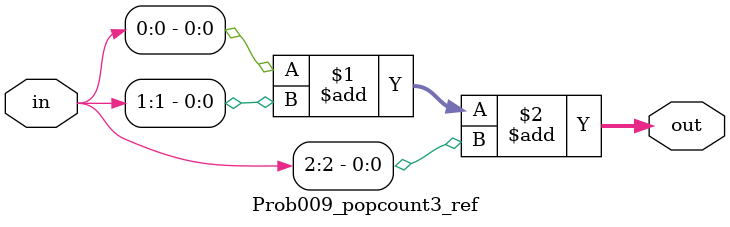
<source format=sv>

module Prob009_popcount3_ref (
  input [2:0] in,
  output [1:0] out
);

  assign out = in[0]+in[1]+in[2];

endmodule


</source>
